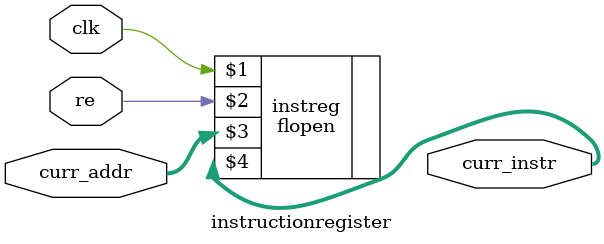
<source format=sv>
module instructionregister(input logic clk,
									input logic re,  					//read enable
									input logic [15:0]curr_addr,	//current address from program counter
									output logic [15:0]curr_instr); //outputs current instruction
							 
	flopen instreg(clk, re, curr_addr, curr_instr);
endmodule
</source>
